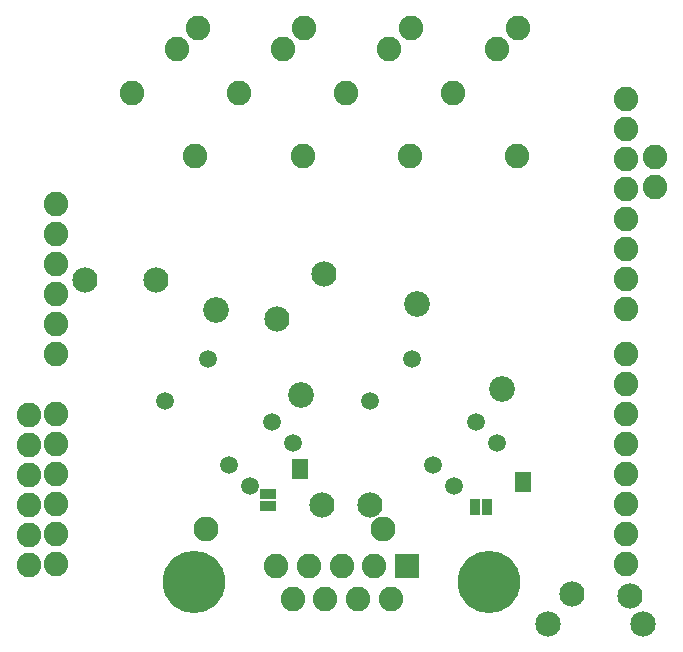
<source format=gbr>
G04 EAGLE Gerber RS-274X export*
G75*
%MOMM*%
%FSLAX34Y34*%
%LPD*%
%INSoldermask Bottom*%
%IPPOS*%
%AMOC8*
5,1,8,0,0,1.08239X$1,22.5*%
G01*
%ADD10C,1.511200*%
%ADD11R,2.082800X2.082800*%
%ADD12C,2.082800*%
%ADD13C,5.283200*%
%ADD14R,1.473200X0.838200*%
%ADD15R,0.838200X1.473200*%
%ADD16C,2.184400*%
%ADD17C,2.133600*%
%ADD18C,2.153200*%
%ADD19C,2.103200*%


D10*
X354617Y284571D03*
X318696Y248650D03*
X390538Y176808D03*
X426459Y212729D03*
X408499Y230689D03*
X372578Y194768D03*
X181817Y284571D03*
X145896Y248650D03*
X217738Y176808D03*
X253659Y212729D03*
X235699Y230689D03*
X199778Y194768D03*
D11*
X350400Y109200D03*
D12*
X322700Y109200D03*
X295000Y109200D03*
X267300Y109200D03*
X239600Y109200D03*
X336500Y80800D03*
X308800Y80800D03*
X281200Y80800D03*
X253500Y80800D03*
D13*
X420000Y95000D03*
X170000Y95000D03*
D12*
X53500Y415700D03*
X53500Y390300D03*
X53500Y364900D03*
X53500Y339500D03*
X53500Y314100D03*
X53500Y288700D03*
X53500Y237900D03*
X53500Y212500D03*
X53500Y187100D03*
X53500Y161700D03*
X53500Y136300D03*
X53500Y110900D03*
X536100Y110900D03*
X536100Y136300D03*
X536100Y161700D03*
X536100Y187100D03*
X536100Y212500D03*
X536100Y237900D03*
X536100Y263300D03*
X536100Y288700D03*
X536100Y326800D03*
X536100Y352200D03*
X536100Y377600D03*
X536100Y403000D03*
X536100Y428400D03*
X536100Y453800D03*
X536100Y479200D03*
X536100Y504600D03*
X263406Y564286D03*
X245446Y546326D03*
X353482Y564296D03*
X335522Y546336D03*
X444408Y564540D03*
X426448Y546580D03*
X173314Y564410D03*
X155354Y546450D03*
X262141Y455679D03*
X208259Y509561D03*
X352621Y455679D03*
X298739Y509561D03*
X443181Y455679D03*
X389299Y509561D03*
X171281Y455679D03*
X117399Y509561D03*
D14*
X449000Y184500D03*
X449000Y175500D03*
D15*
X418080Y159000D03*
X407920Y159000D03*
D14*
X260000Y195500D03*
X260000Y186500D03*
X233000Y159920D03*
X233000Y170080D03*
D12*
X30000Y110000D03*
X30000Y135400D03*
X30000Y160800D03*
X30000Y186200D03*
X30000Y211600D03*
X30000Y237000D03*
X560000Y430000D03*
X560000Y455400D03*
D16*
X189079Y325921D03*
X260921Y254079D03*
X359079Y330921D03*
X430921Y259079D03*
D17*
X539360Y83720D03*
X490000Y85000D03*
X318697Y160403D03*
X278060Y160400D03*
X240610Y317610D03*
X279710Y355980D03*
X77400Y351060D03*
X138120Y351060D03*
D18*
X470000Y60000D03*
X550000Y60000D03*
D19*
X330000Y140000D03*
X180000Y140000D03*
M02*

</source>
